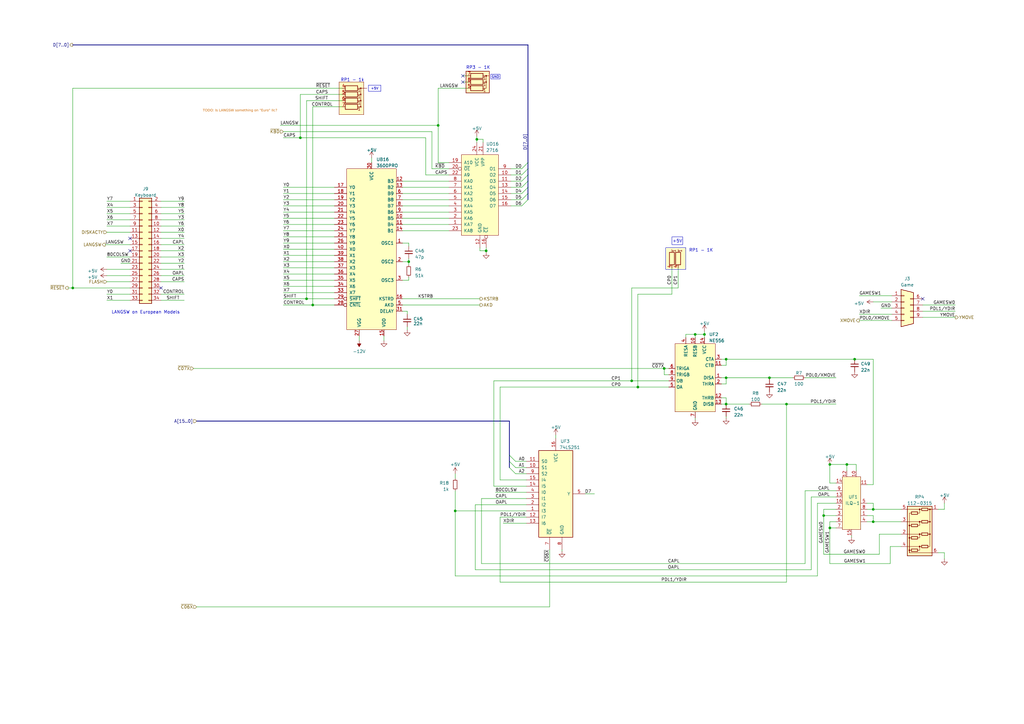
<source format=kicad_sch>
(kicad_sch (version 20231120) (generator "eeschema") (generator_version "8.0")
  (paper "A3")
  (title_block (title "Keyboard and Gameport") (date "2023-05-05") (rev "2") (company "bald.ee/bitpreserve") (comment 1 "Apple IIc ROM255"))
  (lib_symbols
    (symbol "Apple IIc Schematic Symbols:2716" (pin_names (offset 1.016))
      (property "Reference" "U" (at 0 1.27 0))
      (property "Value" "2716" (at 0 -1.27 0))
      (symbol "2716_1_1"
        (pin input line (at -12.7 -12.065 0) (length 5.08) (name "KA7") (number "1"))
        (pin bidirectional line (at 12.7 8.255 180) (length 5.08) (name "O2") (number "10"))
        (pin bidirectional line (at 12.7 5.715 180) (length 5.08) (name "O3") (number "11"))
        (pin power_in line (at 0 -21.59 90) (length 5.08) (name "GND") (number "12"))
        (pin bidirectional line (at 12.7 3.175 180) (length 5.08) (name "O4") (number "13"))
        (pin bidirectional line (at 12.7 0.635 180) (length 5.08) (name "O5") (number "14"))
        (pin bidirectional line (at 12.7 -1.905 180) (length 5.08) (name "O6") (number "15"))
        (pin bidirectional line (at 12.7 -4.445 180) (length 5.08) (name "O7") (number "16"))
        (pin input inverted (at 2.54 -21.59 90) (length 5.08) (name "~{CE}") (number "16"))
        (pin input line (at -12.7 13.335 0) (length 5.08) (name "A10") (number "19"))
        (pin input line (at -12.7 -9.525 0) (length 5.08) (name "KA6") (number "2"))
        (pin input inverted (at -12.7 10.795 0) (length 5.08) (name "~{OE}") (number "20"))
        (pin input line (at 1.27 21.59 270) (length 5.08) (name "VPP") (number "21"))
        (pin input line (at -12.7 8.255 0) (length 5.08) (name "A9") (number "22"))
        (pin input line (at -12.7 -14.605 0) (length 5.08) (name "KA8") (number "23"))
        (pin power_in line (at -1.27 21.59 270) (length 5.08) (name "VCC") (number "24"))
        (pin input line (at -12.7 -6.985 0) (length 5.08) (name "KA5") (number "3"))
        (pin input line (at -12.7 -4.445 0) (length 5.08) (name "KA4") (number "4"))
        (pin input line (at -12.7 -1.905 0) (length 5.08) (name "KA3") (number "5"))
        (pin input line (at -12.7 0.635 0) (length 5.08) (name "KA2") (number "6"))
        (pin input line (at -12.7 3.175 0) (length 5.08) (name "KA1") (number "7"))
        (pin input line (at -12.7 5.715 0) (length 5.08) (name "KA0") (number "8"))
        (pin bidirectional line (at 12.7 10.795 180) (length 5.08) (name "O1") (number "9"))
      )
    )
    (symbol "Apple IIc Schematic Symbols:3600PRO" (pin_names (offset 1.016))
      (property "Reference" "U" (at 0 2.54 0))
      (property "Value" "3600PRO" (at 0 -2.54 0))
      (symbol "3600PRO_1_1"
        (pin passive line (at 12.7 2.54 180) (length 2.54) (name "OSC1") (number "1"))
        (pin output line (at 12.7 12.7 180) (length 2.54) (name "B5") (number "10"))
        (pin output line (at 12.7 10.16 180) (length 2.54) (name "B4") (number "11"))
        (pin output line (at 12.7 27.94 180) (length 2.54) (name "B3") (number "12"))
        (pin output line (at 12.7 25.4 180) (length 2.54) (name "B2") (number "13"))
        (pin output line (at 12.7 7.62 180) (length 2.54) (name "B1") (number "14"))
        (pin power_in line (at 5.08 -35.56 90) (length 2.54) (name "VDD") (number "15"))
        (pin output line (at 12.7 -20.32 180) (length 2.54) (name "KSTRD") (number "16"))
        (pin passive line (at -15.24 25.4 0) (length 5.08) (name "Y0") (number "17"))
        (pin passive line (at -15.24 22.86 0) (length 5.08) (name "Y1") (number "18"))
        (pin passive line (at -15.24 20.32 0) (length 5.08) (name "Y2") (number "19"))
        (pin passive line (at 12.7 -5.08 180) (length 2.54) (name "OSC2") (number "2"))
        (pin passive line (at -15.24 17.78 0) (length 5.08) (name "Y3") (number "20"))
        (pin passive line (at -15.24 15.24 0) (length 5.08) (name "Y4") (number "21"))
        (pin passive line (at -15.24 12.7 0) (length 5.08) (name "Y5") (number "22"))
        (pin passive line (at -15.24 10.16 0) (length 5.08) (name "Y6") (number "23"))
        (pin passive line (at -15.24 7.62 0) (length 5.08) (name "Y7") (number "24"))
        (pin passive line (at -15.24 5.08 0) (length 5.08) (name "Y8") (number "25"))
        (pin passive line (at -15.24 2.54 0) (length 5.08) (name "Y9") (number "26"))
        (pin power_in line (at -5.08 -35.56 90) (length 2.54) (name "VGG") (number "27"))
        (pin input inverted (at -15.24 -22.86 0) (length 5.08) (name "~{CNTL}") (number "28"))
        (pin input inverted (at -15.24 -20.32 0) (length 5.08) (name "~{SHFT}") (number "29"))
        (pin passive line (at 12.7 -12.7 180) (length 2.54) (name "OSC3") (number "3"))
        (pin power_in line (at 0 35.56 270) (length 2.54) (name "VCC") (number "30"))
        (pin input line (at 12.7 -25.4 180) (length 2.54) (name "DELAY") (number "31"))
        (pin passive line (at -15.24 -17.78 0) (length 5.08) (name "X7") (number "33"))
        (pin passive line (at -15.24 -15.24 0) (length 5.08) (name "X6") (number "34"))
        (pin passive line (at -15.24 -12.7 0) (length 5.08) (name "X5") (number "35"))
        (pin passive line (at -15.24 -10.16 0) (length 5.08) (name "X4") (number "36"))
        (pin passive line (at -15.24 -7.62 0) (length 5.08) (name "X3") (number "37"))
        (pin passive line (at -15.24 -5.08 0) (length 5.08) (name "X2") (number "38"))
        (pin passive line (at -15.24 -2.54 0) (length 5.08) (name "X1") (number "39"))
        (pin passive line (at -15.24 0 0) (length 5.08) (name "X0") (number "40"))
        (pin output line (at 12.7 -22.86 180) (length 2.54) (name "AKD") (number "5"))
        (pin output line (at 12.7 22.86 180) (length 2.54) (name "B9") (number "6"))
        (pin output line (at 12.7 20.32 180) (length 2.54) (name "B8") (number "7"))
        (pin output line (at 12.7 17.78 180) (length 2.54) (name "B7") (number "8"))
        (pin output line (at 12.7 15.24 180) (length 2.54) (name "B6") (number "9"))
      )
    )
    (symbol "Apple IIc Schematic Symbols:74LS251-IIc" (pin_names (offset 1.016))
      (property "Reference" "U" (at 1.905 20.955 0))
      (property "Value" "74LS251" (at 5.715 19.05 0))
      (symbol "74LS251-IIc_1_0"
        (pin input line (at -12.065 -6.985 0) (length 5.08) (name "I3") (number "1"))
        (pin input line (at -12.065 10.795 0) (length 5.08) (name "S1") (number "10"))
        (pin input line (at -12.065 13.335 0) (length 5.08) (name "S0") (number "11"))
        (pin input line (at -12.065 -9.525 0) (length 5.08) (name "I7") (number "12"))
        (pin input line (at -12.065 -12.065 0) (length 5.08) (name "I6") (number "13"))
        (pin input line (at -12.065 3.175 0) (length 5.08) (name "I5") (number "14"))
        (pin input line (at -12.065 5.715 0) (length 5.08) (name "I4") (number "15"))
        (pin power_in line (at 0 22.86 270) (length 5.08) (name "VCC") (number "16"))
        (pin input line (at -12.065 -4.445 0) (length 5.08) (name "I2") (number "2"))
        (pin input line (at -12.065 -1.905 0) (length 5.08) (name "I1") (number "3"))
        (pin input line (at -12.065 0.635 0) (length 5.08) (name "I0") (number "4"))
        (pin tri_state line (at 12.065 0 180) (length 5.08) (name "Y") (number "5"))
        (pin no_connect line (at 12.065 12.7 180) (length 5.08) hide (name "~{Y}") (number "6"))
        (pin input line (at -2.54 -22.86 90) (length 5.08) (name "~{OE}") (number "7"))
        (pin power_in line (at 2.54 -22.86 90) (length 5.08) (name "GND") (number "8"))
        (pin input line (at -12.065 8.255 0) (length 5.08) (name "S2") (number "9"))
      )
    )
    (symbol "Apple IIc Schematic Symbols:Conn_Gameport-IIc-10pin" (pin_names (offset 1.016) hide)
      (property "Reference" "J" (at 1.27 8.255 0))
      (property "Value" "Game" (at 1.27 -8.89 0))
      (symbol "Conn_Gameport-IIc-10pin_1_1"
        (pin passive line (at -5.08 5.08 0) (length 3.81) (name "Pin_1") (number "1"))
        (pin passive line (at -5.08 2.54 0) (length 3.81) (name "Pin_2") (number "2"))
        (pin passive line (at -5.08 0 0) (length 3.81) (name "Pin_3") (number "3"))
        (pin passive line (at -5.08 -2.54 0) (length 3.81) (name "Pin_4") (number "4"))
        (pin passive line (at -5.08 -5.08 0) (length 3.81) (name "Pin_5") (number "5"))
        (pin passive line (at 7.62 3.81 180) (length 3.81) (name "Pin_6") (number "6"))
        (pin passive line (at 7.62 1.27 180) (length 3.81) (name "Pin_7") (number "7"))
        (pin passive line (at 7.62 -1.27 180) (length 3.81) (name "Pin_8") (number "8"))
        (pin passive line (at 7.62 -3.81 180) (length 3.81) (name "Pin_9") (number "9"))
      )
    )
    (symbol "Apple IIc Schematic Symbols:ILQ-1"
      (property "Reference" "U" (at 0 3.175 0))
      (property "Value" "ILQ-1" (at 0 1.27 0))
      (symbol "ILQ-1_0_0"
        (pin passive line (at 6.35 -5.08 180) (length 2.54) (name "") (number "1"))
        (pin passive line (at 1.905 13.335 270) (length 2.54) (name "") (number "10"))
        (pin passive line (at 6.35 7.62 180) (length 2.54) (name "") (number "11"))
        (pin passive line (at -1.905 13.335 270) (length 2.54) (name "") (number "12"))
        (pin passive line (at -6.35 2.54 0) (length 2.54) (name "") (number "13"))
        (pin passive line (at -6.35 8.255 0) (length 2.54) (name "") (number "14"))
        (pin passive line (at 0 -13.335 90) (length 2.54) (name "") (number "15"))
        (pin passive line (at -6.35 0 0) (length 2.54) (name "") (number "16"))
        (pin passive line (at -6.35 -2.54 0) (length 2.54) (name "") (number "2"))
        (pin passive line (at -6.35 -5.08 0) (length 2.54) (name "") (number "3"))
        (pin passive line (at 6.35 -7.62 180) (length 2.54) (name "") (number "4"))
        (pin passive line (at 6.35 0 180) (length 2.54) (name "") (number "5"))
        (pin passive line (at -6.35 -7.62 0) (length 2.54) (name "") (number "6"))
        (pin passive line (at -6.35 -10.16 0) (length 2.54) (name "") (number "7"))
        (pin passive line (at 6.35 -2.54 180) (length 2.54) (name "") (number "8"))
        (pin passive line (at -6.35 5.08 0) (length 2.54) (name "") (number "9"))
      )
    )
    (symbol "Apple IIc Schematic Symbols:NE556"
      (property "Reference" "U" (at 6.985 17.78 0))
      (property "Value" "NE556" (at 8.89 15.24 0))
      (symbol "NE556_0_0"
        (pin output line (at 10.795 0 180) (length 2.54) (name "DISA") (number "1"))
        (pin input line (at 0 16.51 270) (length 2.54) (name "RESB") (number "10"))
        (pin input line (at 10.795 5.08 180) (length 2.54) (name "CTB") (number "11"))
        (pin input line (at 10.795 -8.255 180) (length 2.54) (name "THRB") (number "12"))
        (pin output line (at 10.795 -10.795 180) (length 2.54) (name "DISB") (number "13"))
        (pin power_in line (at 3.81 16.51 270) (length 2.54) (name "VCC") (number "14"))
        (pin input line (at 10.795 -2.54 180) (length 2.54) (name "THRA") (number "2"))
        (pin input line (at 10.795 7.62 180) (length 2.54) (name "CTA") (number "3"))
        (pin input line (at -3.81 16.51 270) (length 2.54) (name "RESA") (number "4"))
        (pin output line (at -10.795 -3.81 0) (length 2.54) (name "OA") (number "5"))
        (pin input line (at -10.795 3.81 0) (length 2.54) (name "TRIGA") (number "6"))
        (pin power_in line (at 0 -16.51 90) (length 2.54) (name "GND") (number "7"))
        (pin input line (at -10.795 1.27 0) (length 2.54) (name "TRIGB") (number "8"))
        (pin output line (at -10.795 -1.27 0) (length 2.54) (name "OB") (number "9"))
      )
    )
    (symbol "Apple IIc Schematic Symbols:R_Network (112-0315)" (pin_names (offset 0) hide)
      (property "Reference" "RP" (at 0 11.43 0))
      (property "Value" "112-0315" (at 0 -11.43 0))
      (symbol "R_Network (112-0315)_1_1"
        (pin passive line (at 7.62 8.89 180) (length 2.54) (name "COM1") (number "1"))
        (pin passive line (at -7.62 -1.27 0) (length 2.54) (name "R3") (number "2"))
        (pin passive line (at -7.62 3.81 0) (length 2.54) (name "R2") (number "3"))
        (pin passive line (at -7.62 -6.35 0) (length 2.54) (name "R4") (number "4"))
        (pin passive line (at -7.62 8.89 0) (length 2.54) (name "R1") (number "5"))
        (pin passive line (at 7.62 -8.89 180) (length 2.54) (name "COM2") (number "6"))
      )
    )
    (symbol "Connector_Generic:Conn_02x17_Odd_Even" (pin_names (offset 1.016) hide)
      (property "Reference" "J" (at 1.27 22.86 0))
      (property "Value" "Conn_02x17_Odd_Even" (at 1.27 -22.86 0))
      (symbol "Conn_02x17_Odd_Even_1_1"
        (pin passive line (at -5.08 20.32 0) (length 3.81) (name "Pin_1") (number "1"))
        (pin passive line (at 7.62 10.16 180) (length 3.81) (name "Pin_10") (number "10"))
        (pin passive line (at -5.08 7.62 0) (length 3.81) (name "Pin_11") (number "11"))
        (pin passive line (at 7.62 7.62 180) (length 3.81) (name "Pin_12") (number "12"))
        (pin passive line (at -5.08 5.08 0) (length 3.81) (name "Pin_13") (number "13"))
        (pin passive line (at 7.62 5.08 180) (length 3.81) (name "Pin_14") (number "14"))
        (pin passive line (at -5.08 2.54 0) (length 3.81) (name "Pin_15") (number "15"))
        (pin passive line (at 7.62 2.54 180) (length 3.81) (name "Pin_16") (number "16"))
        (pin passive line (at -5.08 0 0) (length 3.81) (name "Pin_17") (number "17"))
        (pin passive line (at 7.62 0 180) (length 3.81) (name "Pin_18") (number "18"))
        (pin passive line (at -5.08 -2.54 0) (length 3.81) (name "Pin_19") (number "19"))
        (pin passive line (at 7.62 20.32 180) (length 3.81) (name "Pin_2") (number "2"))
        (pin passive line (at 7.62 -2.54 180) (length 3.81) (name "Pin_20") (number "20"))
        (pin passive line (at -5.08 -5.08 0) (length 3.81) (name "Pin_21") (number "21"))
        (pin passive line (at 7.62 -5.08 180) (length 3.81) (name "Pin_22") (number "22"))
        (pin passive line (at -5.08 -7.62 0) (length 3.81) (name "Pin_23") (number "23"))
        (pin passive line (at 7.62 -7.62 180) (length 3.81) (name "Pin_24") (number "24"))
        (pin passive line (at -5.08 -10.16 0) (length 3.81) (name "Pin_25") (number "25"))
        (pin passive line (at 7.62 -10.16 180) (length 3.81) (name "Pin_26") (number "26"))
        (pin passive line (at -5.08 -12.7 0) (length 3.81) (name "Pin_27") (number "27"))
        (pin passive line (at 7.62 -12.7 180) (length 3.81) (name "Pin_28") (number "28"))
        (pin passive line (at -5.08 -15.24 0) (length 3.81) (name "Pin_29") (number "29"))
        (pin passive line (at -5.08 17.78 0) (length 3.81) (name "Pin_3") (number "3"))
        (pin passive line (at 7.62 -15.24 180) (length 3.81) (name "Pin_30") (number "30"))
        (pin passive line (at -5.08 -17.78 0) (length 3.81) (name "Pin_31") (number "31"))
        (pin passive line (at 7.62 -17.78 180) (length 3.81) (name "Pin_32") (number "32"))
        (pin passive line (at -5.08 -20.32 0) (length 3.81) (name "Pin_33") (number "33"))
        (pin passive line (at 7.62 -20.32 180) (length 3.81) (name "Pin_34") (number "34"))
        (pin passive line (at 7.62 17.78 180) (length 3.81) (name "Pin_4") (number "4"))
        (pin passive line (at -5.08 15.24 0) (length 3.81) (name "Pin_5") (number "5"))
        (pin passive line (at 7.62 15.24 180) (length 3.81) (name "Pin_6") (number "6"))
        (pin passive line (at -5.08 12.7 0) (length 3.81) (name "Pin_7") (number "7"))
        (pin passive line (at 7.62 12.7 180) (length 3.81) (name "Pin_8") (number "8"))
        (pin passive line (at -5.08 10.16 0) (length 3.81) (name "Pin_9") (number "9"))
      )
    )
    (symbol "Device:C_Small" (pin_numbers hide) (pin_names (offset 0.254) hide)
      (property "Reference" "C" (at 0.254 1.778 0))
      (property "Value" "C_Small" (at 0.254 -2.032 0))
      (symbol "C_Small_1_1"
        (pin passive line (at 0 2.54 270) (length 2.032) (name "~") (number "1"))
        (pin passive line (at 0 -2.54 90) (length 2.032) (name "~") (number "2"))
      )
    )
    (symbol "Device:R_Network07_Split" (pin_names (offset 0) hide)
      (property "Reference" "RN" (at 2.032 0 90))
      (property "Value" "R_Network07_Split" (at 0 0 90))
      (symbol "R_Network07_Split_1_1"
        (pin passive line (at 0 3.81 270) (length 1.27) (name "R1.1") (number "1"))
        (pin passive line (at 0 -3.81 90) (length 1.27) (name "R1.2") (number "2"))
      )
      (symbol "R_Network07_Split_2_1"
        (text "1" (at 0.889 3.175 900) (effects (font (size 1.27 1.27))))
        (pin passive line (at 0 -3.81 90) (length 1.27) (name "R2.2") (number "3"))
      )
      (symbol "R_Network07_Split_3_1"
        (text "1" (at 0.889 3.175 900) (effects (font (size 1.27 1.27))))
        (pin passive line (at 0 -3.81 90) (length 1.27) (name "R3.2") (number "4"))
      )
      (symbol "R_Network07_Split_4_1"
        (text "1" (at 0.889 3.175 900) (effects (font (size 1.27 1.27))))
        (pin passive line (at 0 -3.81 90) (length 1.27) (name "R4.2") (number "5"))
      )
      (symbol "R_Network07_Split_5_1"
        (text "1" (at 0.889 3.175 900) (effects (font (size 1.27 1.27))))
        (pin passive line (at 0 -3.81 90) (length 1.27) (name "R5.2") (number "6"))
      )
      (symbol "R_Network07_Split_6_1"
        (text "1" (at 0.889 3.175 900) (effects (font (size 1.27 1.27))))
        (pin passive line (at 0 -3.81 90) (length 1.27) (name "R6.2") (number "7"))
      )
      (symbol "R_Network07_Split_7_1"
        (text "1" (at 0.889 3.175 900) (effects (font (size 1.27 1.27))))
        (pin passive line (at 0 -3.81 90) (length 1.27) (name "R7.2") (number "8"))
      )
    )
    (symbol "Device:R_Network09_Split" (pin_names (offset 0) hide)
      (property "Reference" "RN" (at 2.032 0 90))
      (property "Value" "R_Network09_Split" (at 0 0 90))
      (symbol "R_Network09_Split_1_1"
        (pin passive line (at 0 3.81 270) (length 1.27) (name "R1.1") (number "1"))
        (pin passive line (at 0 -3.81 90) (length 1.27) (name "R1.2") (number "2"))
      )
      (symbol "R_Network09_Split_2_1"
        (text "1" (at 0.889 3.175 900) (effects (font (size 1.27 1.27))))
        (pin passive line (at 0 -3.81 90) (length 1.27) (name "R2.2") (number "3"))
      )
      (symbol "R_Network09_Split_3_1"
        (text "1" (at 0.889 3.175 900) (effects (font (size 1.27 1.27))))
        (pin passive line (at 0 -3.81 90) (length 1.27) (name "R3.2") (number "4"))
      )
      (symbol "R_Network09_Split_4_1"
        (text "1" (at 0.889 3.175 900) (effects (font (size 1.27 1.27))))
        (pin passive line (at 0 -3.81 90) (length 1.27) (name "R4.2") (number "5"))
      )
      (symbol "R_Network09_Split_5_1"
        (text "1" (at 0.889 3.175 900) (effects (font (size 1.27 1.27))))
        (pin passive line (at 0 -3.81 90) (length 1.27) (name "R5.2") (number "6"))
      )
      (symbol "R_Network09_Split_6_1"
        (text "1" (at 0.889 3.175 900) (effects (font (size 1.27 1.27))))
        (pin passive line (at 0 -3.81 90) (length 1.27) (name "R6.2") (number "7"))
      )
      (symbol "R_Network09_Split_7_1"
        (text "1" (at 0.889 3.175 900) (effects (font (size 1.27 1.27))))
        (pin passive line (at 0 -3.81 90) (length 1.27) (name "R7.2") (number "8"))
      )
      (symbol "R_Network09_Split_8_1"
        (text "1" (at 0.889 3.175 900) (effects (font (size 1.27 1.27))))
        (pin passive line (at 0 -3.81 90) (length 1.27) (name "R8.2") (number "9"))
      )
      (symbol "R_Network09_Split_9_1"
        (text "1" (at 0.889 3.175 900) (effects (font (size 1.27 1.27))))
        (pin passive line (at 0 -3.81 90) (length 1.27) (name "R9.2") (number "10"))
      )
    )
    (symbol "Device:R_Small" (pin_numbers hide) (pin_names (offset 0.254) hide)
      (property "Reference" "R" (at 0.762 0.508 0))
      (property "Value" "R_Small" (at 0.762 -1.016 0))
      (symbol "R_Small_1_1"
        (pin passive line (at 0 2.54 270) (length 0.762) (name "~") (number "1"))
        (pin passive line (at 0 -2.54 90) (length 0.762) (name "~") (number "2"))
      )
    )
    (symbol "power:+5V" (power) (pin_names (offset 0))
      (property "Value" "+5V" (at 0 3.556 0))
      (symbol "+5V_1_1"
        (pin power_in line (at 0 0 90) (length 0) hide (name "+5V") (number "1"))
      )
    )
    (symbol "power:-12V" (power) (pin_names (offset 0))
      (property "Value" "-12V" (at 0 3.81 0))
      (symbol "-12V_0_0"
        (pin power_in line (at 0 0 90) (length 0) hide (name "-12V") (number "1"))
      )
    )
    (symbol "power:GND" (power) (pin_names (offset 0))
      (property "Value" "GND" (at 0 -3.81 0))
      (symbol "GND_1_1"
        (pin power_in line (at 0 0 270) (length 0) hide (name "GND") (number "1"))
      )
    )
  )
  (junction (at 125.73 122.555))
  (junction (at 288.925 137.16))
  (junction (at 285.115 137.16))
  (junction (at 297.815 165.735))
  (junction (at 322.58 165.735))
  (junction (at 199.39 102.87))
  (junction (at 358.14 208.915))
  (junction (at 195.58 57.15))
  (junction (at 261.62 158.75))
  (junction (at 297.815 154.94))
  (junction (at 167.64 107.315))
  (junction (at 337.82 211.455))
  (junction (at 350.52 147.32))
  (junction (at 315.595 154.94))
  (junction (at 340.36 190.5))
  (junction (at 297.815 147.32))
  (junction (at 179.705 51.435))
  (junction (at 358.14 213.995))
  (junction (at 128.27 125.095))
  (junction (at 340.36 216.535))
  (junction (at 272.415 151.13))
  (junction (at 186.69 209.55))
  (junction (at 259.08 156.21))
  (junction (at 347.345 190.5))
  (junction (at 29.845 118.11))
  (junction (at 123.19 56.515))
  (no_connect (at 53.34 102.87))
  (no_connect (at 53.34 97.79))
  (no_connect (at 189.865 33.655))
  (no_connect (at 66.04 118.11))
  (no_connect (at 378.46 122.555))
  (no_connect (at 189.865 31.115))
  (bus_entry (at 208.915 189.23) (size 2.54 2.54))
  (bus_entry (at 213.995 69.215) (size 2.54 -2.54))
  (bus_entry (at 213.995 84.455) (size 2.54 -2.54))
  (bus_entry (at 213.995 79.375) (size 2.54 -2.54))
  (bus_entry (at 213.995 81.915) (size 2.54 -2.54))
  (bus_entry (at 213.995 76.835) (size 2.54 -2.54))
  (bus_entry (at 213.995 74.295) (size 2.54 -2.54))
  (bus_entry (at 208.915 191.77) (size 2.54 2.54))
  (bus_entry (at 213.995 71.755) (size 2.54 -2.54))
  (bus_entry (at 208.915 186.69) (size 2.54 2.54))
  (wire (pts (xy 358.14 211.455) (xy 358.14 213.995)))
  (wire (pts (xy 205.105 212.09) (xy 205.105 238.76)))
  (wire (pts (xy 66.04 102.87) (xy 75.565 102.87)))
  (wire (pts (xy 285.115 137.16) (xy 285.115 138.43)))
  (wire (pts (xy 43.815 113.03) (xy 53.34 113.03)))
  (wire (pts (xy 261.62 120.65) (xy 261.62 158.75)))
  (wire (pts (xy 297.815 165.735) (xy 307.34 165.735)))
  (wire (pts (xy 186.69 236.22) (xy 335.28 236.22)))
  (wire (pts (xy 322.58 165.735) (xy 342.9 165.735)))
  (wire (pts (xy 297.815 147.32) (xy 350.52 147.32)))
  (wire (pts (xy 43.815 120.65) (xy 53.34 120.65)))
  (wire (pts (xy 225.425 248.92) (xy 225.425 225.425)))
  (wire (pts (xy 202.565 156.21) (xy 202.565 199.39)))
  (wire (pts (xy 43.815 123.19) (xy 53.34 123.19)))
  (wire (pts (xy 43.815 95.25) (xy 53.34 95.25)))
  (wire (pts (xy 152.4 64.77) (xy 152.4 66.675)))
  (bus (pts (xy 216.535 71.755) (xy 216.535 69.215)))
  (wire (pts (xy 43.815 82.55) (xy 53.34 82.55)))
  (wire (pts (xy 116.205 109.855) (xy 137.16 109.855)))
  (wire (pts (xy 340.36 213.995) (xy 340.36 216.535)))
  (wire (pts (xy 387.35 229.235) (xy 387.35 226.695)))
  (bus (pts (xy 208.915 172.72) (xy 80.645 172.72)))
  (wire (pts (xy 195.58 55.88) (xy 195.58 57.15)))
  (wire (pts (xy 209.55 84.455) (xy 213.995 84.455)))
  (wire (pts (xy 352.425 131.445) (xy 365.76 131.445)))
  (wire (pts (xy 358.14 213.995) (xy 369.57 213.995)))
  (wire (pts (xy 66.04 115.57) (xy 75.565 115.57)))
  (wire (pts (xy 125.73 41.275) (xy 125.73 122.555)))
  (wire (pts (xy 167.64 99.695) (xy 167.64 100.965)))
  (wire (pts (xy 80.645 248.92) (xy 225.425 248.92)))
  (wire (pts (xy 360.68 219.075) (xy 360.68 227.33)))
  (wire (pts (xy 116.205 84.455) (xy 137.16 84.455)))
  (wire (pts (xy 285.115 137.16) (xy 288.925 137.16)))
  (wire (pts (xy 43.18 100.33) (xy 53.34 100.33)))
  (wire (pts (xy 125.73 41.275) (xy 140.335 41.275)))
  (bus (pts (xy 216.535 79.375) (xy 216.535 76.835)))
  (wire (pts (xy 297.815 165.735) (xy 297.815 163.195)))
  (bus (pts (xy 216.535 69.215) (xy 216.535 66.675)))
  (wire (pts (xy 211.455 189.23) (xy 215.9 189.23)))
  (wire (pts (xy 79.375 151.13) (xy 272.415 151.13)))
  (wire (pts (xy 340.36 216.535) (xy 340.36 231.14)))
  (bus (pts (xy 216.535 66.675) (xy 216.535 18.415)))
  (wire (pts (xy 116.205 102.235) (xy 137.16 102.235)))
  (wire (pts (xy 259.08 118.11) (xy 259.08 156.21)))
  (wire (pts (xy 114.935 51.435) (xy 179.705 51.435)))
  (wire (pts (xy 355.6 208.915) (xy 358.14 208.915)))
  (wire (pts (xy 199.39 101.6) (xy 199.39 102.87)))
  (wire (pts (xy 215.9 199.39) (xy 202.565 199.39)))
  (wire (pts (xy 167.64 114.935) (xy 167.64 113.665)))
  (wire (pts (xy 365.125 231.14) (xy 365.125 224.155)))
  (wire (pts (xy 29.845 118.11) (xy 53.34 118.11)))
  (wire (pts (xy 295.91 154.94) (xy 297.815 154.94)))
  (wire (pts (xy 315.595 154.94) (xy 325.12 154.94)))
  (wire (pts (xy 66.04 95.25) (xy 75.565 95.25)))
  (wire (pts (xy 361.315 126.365) (xy 365.76 126.365)))
  (wire (pts (xy 66.04 105.41) (xy 75.565 105.41)))
  (wire (pts (xy 202.565 156.21) (xy 259.08 156.21)))
  (wire (pts (xy 66.04 107.95) (xy 75.565 107.95)))
  (wire (pts (xy 203.2 201.93) (xy 215.9 201.93)))
  (wire (pts (xy 295.91 163.195) (xy 297.815 163.195)))
  (wire (pts (xy 116.205 76.835) (xy 137.16 76.835)))
  (wire (pts (xy 337.82 211.455) (xy 342.9 211.455)))
  (wire (pts (xy 66.04 85.09) (xy 75.565 85.09)))
  (bus (pts (xy 29.845 18.415) (xy 216.535 18.415)))
  (wire (pts (xy 358.14 208.915) (xy 369.57 208.915)))
  (wire (pts (xy 165.1 99.695) (xy 167.64 99.695)))
  (wire (pts (xy 278.13 118.11) (xy 259.08 118.11)))
  (wire (pts (xy 125.73 122.555) (xy 137.16 122.555)))
  (wire (pts (xy 215.9 204.47) (xy 197.485 204.47)))
  (wire (pts (xy 116.205 120.015) (xy 137.16 120.015)))
  (wire (pts (xy 165.1 76.835) (xy 184.15 76.835)))
  (wire (pts (xy 116.205 122.555) (xy 125.73 122.555)))
  (wire (pts (xy 165.1 89.535) (xy 184.15 89.535)))
  (wire (pts (xy 261.62 158.75) (xy 274.32 158.75)))
  (wire (pts (xy 66.04 123.19) (xy 75.565 123.19)))
  (wire (pts (xy 195.58 57.15) (xy 195.58 58.42)))
  (wire (pts (xy 205.105 238.76) (xy 322.58 238.76)))
  (wire (pts (xy 116.205 89.535) (xy 137.16 89.535)))
  (wire (pts (xy 66.04 113.03) (xy 75.565 113.03)))
  (wire (pts (xy 186.69 201.295) (xy 186.69 209.55)))
  (wire (pts (xy 337.82 208.915) (xy 337.82 211.455)))
  (wire (pts (xy 209.55 71.755) (xy 213.995 71.755)))
  (wire (pts (xy 165.1 114.935) (xy 167.64 114.935)))
  (wire (pts (xy 43.815 87.63) (xy 53.34 87.63)))
  (wire (pts (xy 43.815 110.49) (xy 53.34 110.49)))
  (wire (pts (xy 215.9 196.85) (xy 205.105 196.85)))
  (wire (pts (xy 194.945 233.68) (xy 332.74 233.68)))
  (wire (pts (xy 365.125 224.155) (xy 369.57 224.155)))
  (wire (pts (xy 209.55 79.375) (xy 213.995 79.375)))
  (wire (pts (xy 157.48 137.795) (xy 157.48 139.7)))
  (wire (pts (xy 358.14 198.755) (xy 355.6 198.755)))
  (wire (pts (xy 116.205 125.095) (xy 128.27 125.095)))
  (wire (pts (xy 205.105 212.09) (xy 215.9 212.09)))
  (wire (pts (xy 211.455 194.31) (xy 215.9 194.31)))
  (wire (pts (xy 281.305 137.16) (xy 285.115 137.16)))
  (wire (pts (xy 123.19 56.515) (xy 174.625 56.515)))
  (wire (pts (xy 358.14 206.375) (xy 358.14 208.915)))
  (wire (pts (xy 342.9 203.835) (xy 332.74 203.835)))
  (wire (pts (xy 351.155 190.5) (xy 351.155 193.04)))
  (wire (pts (xy 352.425 128.905) (xy 365.76 128.905)))
  (wire (pts (xy 322.58 238.76) (xy 322.58 165.735)))
  (wire (pts (xy 215.9 207.01) (xy 194.945 207.01)))
  (wire (pts (xy 274.32 153.67) (xy 272.415 153.67)))
  (wire (pts (xy 295.91 149.86) (xy 297.815 149.86)))
  (wire (pts (xy 165.1 86.995) (xy 184.15 86.995)))
  (wire (pts (xy 184.15 71.755) (xy 174.625 71.755)))
  (wire (pts (xy 297.815 170.815) (xy 297.815 171.45)))
  (wire (pts (xy 332.74 203.835) (xy 332.74 233.68)))
  (wire (pts (xy 272.415 151.13) (xy 274.32 151.13)))
  (wire (pts (xy 272.415 153.67) (xy 272.415 151.13)))
  (wire (pts (xy 66.04 90.17) (xy 75.565 90.17)))
  (wire (pts (xy 342.9 208.915) (xy 337.82 208.915)))
  (wire (pts (xy 211.455 191.77) (xy 215.9 191.77)))
  (wire (pts (xy 116.205 94.615) (xy 137.16 94.615)))
  (wire (pts (xy 330.2 154.94) (xy 342.9 154.94)))
  (wire (pts (xy 186.69 209.55) (xy 186.69 236.22)))
  (wire (pts (xy 165.1 94.615) (xy 184.15 94.615)))
  (wire (pts (xy 165.1 107.315) (xy 167.64 107.315)))
  (wire (pts (xy 49.53 107.95) (xy 53.34 107.95)))
  (wire (pts (xy 165.1 125.095) (xy 196.85 125.095)))
  (wire (pts (xy 165.1 122.555) (xy 196.85 122.555)))
  (wire (pts (xy 194.945 207.01) (xy 194.945 233.68)))
  (wire (pts (xy 295.91 165.735) (xy 297.815 165.735)))
  (wire (pts (xy 189.865 33.655) (xy 191.77 33.655)))
  (wire (pts (xy 43.815 90.17) (xy 53.34 90.17)))
  (wire (pts (xy 165.1 127.635) (xy 167.005 127.635)))
  (wire (pts (xy 116.205 104.775) (xy 137.16 104.775)))
  (wire (pts (xy 197.485 204.47) (xy 197.485 231.14)))
  (wire (pts (xy 43.815 85.09) (xy 53.34 85.09)))
  (wire (pts (xy 387.35 206.375) (xy 387.35 208.915)))
  (wire (pts (xy 297.815 154.94) (xy 315.595 154.94)))
  (wire (pts (xy 297.815 149.86) (xy 297.815 147.32)))
  (wire (pts (xy 288.925 135.89) (xy 288.925 137.16)))
  (wire (pts (xy 337.82 227.33) (xy 360.68 227.33)))
  (wire (pts (xy 337.82 211.455) (xy 337.82 227.33)))
  (wire (pts (xy 66.04 82.55) (xy 75.565 82.55)))
  (wire (pts (xy 186.69 194.31) (xy 186.69 196.215)))
  (wire (pts (xy 355.6 213.995) (xy 358.14 213.995)))
  (wire (pts (xy 177.165 69.215) (xy 177.165 53.975)))
  (wire (pts (xy 167.64 107.315) (xy 167.64 108.585)))
  (wire (pts (xy 116.205 107.315) (xy 137.16 107.315)))
  (wire (pts (xy 116.205 117.475) (xy 137.16 117.475)))
  (wire (pts (xy 123.19 38.735) (xy 123.19 56.515)))
  (wire (pts (xy 297.815 157.48) (xy 297.815 154.94)))
  (wire (pts (xy 66.04 110.49) (xy 75.565 110.49)))
  (bus (pts (xy 208.915 186.69) (xy 208.915 189.23)))
  (wire (pts (xy 340.36 231.14) (xy 365.125 231.14)))
  (wire (pts (xy 209.55 69.215) (xy 213.995 69.215)))
  (wire (pts (xy 358.14 147.32) (xy 358.14 198.755)))
  (wire (pts (xy 360.68 219.075) (xy 369.57 219.075)))
  (wire (pts (xy 189.865 31.115) (xy 191.77 31.115)))
  (wire (pts (xy 352.425 121.285) (xy 365.76 121.285)))
  (wire (pts (xy 66.04 92.71) (xy 75.565 92.71)))
  (wire (pts (xy 340.36 198.12) (xy 340.36 190.5)))
  (wire (pts (xy 29.845 118.11) (xy 29.845 36.195)))
  (wire (pts (xy 315.595 154.94) (xy 315.595 155.575)))
  (wire (pts (xy 179.705 66.675) (xy 184.15 66.675)))
  (wire (pts (xy 116.205 114.935) (xy 137.16 114.935)))
  (wire (pts (xy 347.345 190.5) (xy 351.155 190.5)))
  (wire (pts (xy 355.6 206.375) (xy 358.14 206.375)))
  (wire (pts (xy 179.705 36.195) (xy 191.77 36.195)))
  (wire (pts (xy 116.205 112.395) (xy 137.16 112.395)))
  (wire (pts (xy 179.705 51.435) (xy 179.705 36.195)))
  (wire (pts (xy 243.84 202.565) (xy 240.03 202.565)))
  (wire (pts (xy 350.52 147.32) (xy 358.14 147.32)))
  (wire (pts (xy 27.94 118.11) (xy 29.845 118.11)))
  (wire (pts (xy 347.345 190.5) (xy 347.345 193.04)))
  (bus (pts (xy 216.535 81.915) (xy 216.535 79.375)))
  (wire (pts (xy 206.375 214.63) (xy 215.9 214.63)))
  (wire (pts (xy 116.205 99.695) (xy 137.16 99.695)))
  (wire (pts (xy 179.705 51.435) (xy 179.705 66.675)))
  (wire (pts (xy 165.1 74.295) (xy 184.15 74.295)))
  (wire (pts (xy 227.965 178.435) (xy 227.965 179.705)))
  (bus (pts (xy 208.915 186.69) (xy 208.915 172.72)))
  (wire (pts (xy 384.81 208.915) (xy 387.35 208.915)))
  (wire (pts (xy 295.91 157.48) (xy 297.815 157.48)))
  (wire (pts (xy 281.305 138.43) (xy 281.305 137.16)))
  (wire (pts (xy 184.15 69.215) (xy 177.165 69.215)))
  (wire (pts (xy 116.205 97.155) (xy 137.16 97.155)))
  (wire (pts (xy 342.9 198.12) (xy 340.36 198.12)))
  (wire (pts (xy 295.91 147.32) (xy 297.815 147.32)))
  (wire (pts (xy 165.1 81.915) (xy 184.15 81.915)))
  (wire (pts (xy 29.845 36.195) (xy 140.335 36.195)))
  (wire (pts (xy 116.205 56.515) (xy 123.19 56.515)))
  (wire (pts (xy 116.205 86.995) (xy 137.16 86.995)))
  (wire (pts (xy 355.6 211.455) (xy 358.14 211.455)))
  (wire (pts (xy 165.1 79.375) (xy 184.15 79.375)))
  (wire (pts (xy 378.46 127.635) (xy 391.795 127.635)))
  (wire (pts (xy 275.59 120.65) (xy 261.62 120.65)))
  (wire (pts (xy 167.005 133.985) (xy 167.005 135.255)))
  (wire (pts (xy 66.04 97.79) (xy 75.565 97.79)))
  (wire (pts (xy 128.27 125.095) (xy 137.16 125.095)))
  (wire (pts (xy 199.39 102.87) (xy 199.39 103.505)))
  (wire (pts (xy 116.205 81.915) (xy 137.16 81.915)))
  (wire (pts (xy 195.58 57.15) (xy 198.12 57.15)))
  (wire (pts (xy 378.46 125.095) (xy 391.795 125.095)))
  (wire (pts (xy 116.205 53.975) (xy 177.165 53.975)))
  (wire (pts (xy 196.85 102.87) (xy 199.39 102.87)))
  (wire (pts (xy 66.04 120.65) (xy 75.565 120.65)))
  (wire (pts (xy 378.46 130.175) (xy 391.795 130.175)))
  (wire (pts (xy 165.1 92.075) (xy 184.15 92.075)))
  (wire (pts (xy 215.9 209.55) (xy 186.69 209.55)))
  (wire (pts (xy 285.115 171.45) (xy 285.115 172.085)))
  (wire (pts (xy 116.205 79.375) (xy 137.16 79.375)))
  (wire (pts (xy 358.14 123.825) (xy 365.76 123.825)))
  (wire (pts (xy 230.505 225.425) (xy 230.505 226.06)))
  (wire (pts (xy 43.815 115.57) (xy 53.34 115.57)))
  (wire (pts (xy 165.1 84.455) (xy 184.15 84.455)))
  (wire (pts (xy 116.205 92.075) (xy 137.16 92.075)))
  (wire (pts (xy 147.32 137.795) (xy 147.32 139.7)))
  (wire (pts (xy 209.55 74.295) (xy 213.995 74.295)))
  (bus (pts (xy 216.535 74.295) (xy 216.535 71.755)))
  (wire (pts (xy 288.925 137.16) (xy 288.925 138.43)))
  (wire (pts (xy 123.19 38.735) (xy 140.335 38.735)))
  (wire (pts (xy 174.625 71.755) (xy 174.625 56.515)))
  (wire (pts (xy 167.005 127.635) (xy 167.005 128.905)))
  (wire (pts (xy 278.13 109.855) (xy 278.13 118.11)))
  (wire (pts (xy 198.12 58.42) (xy 198.12 57.15)))
  (wire (pts (xy 205.105 196.85) (xy 205.105 158.75)))
  (wire (pts (xy 335.28 206.375) (xy 335.28 236.22)))
  (wire (pts (xy 167.64 107.315) (xy 167.64 106.045)))
  (wire (pts (xy 43.815 105.41) (xy 53.34 105.41)))
  (wire (pts (xy 66.04 87.63) (xy 75.565 87.63)))
  (wire (pts (xy 275.59 109.855) (xy 275.59 120.65)))
  (wire (pts (xy 197.485 231.14) (xy 330.2 231.14)))
  (wire (pts (xy 43.815 92.71) (xy 53.34 92.71)))
  (wire (pts (xy 128.27 43.815) (xy 140.335 43.815)))
  (wire (pts (xy 342.9 213.995) (xy 340.36 213.995)))
  (wire (pts (xy 209.55 76.835) (xy 213.995 76.835)))
  (wire (pts (xy 259.08 156.21) (xy 274.32 156.21)))
  (wire (pts (xy 349.25 219.71) (xy 349.25 220.345)))
  (wire (pts (xy 66.04 100.33) (xy 75.565 100.33)))
  (wire (pts (xy 128.27 43.815) (xy 128.27 125.095)))
  (bus (pts (xy 216.535 76.835) (xy 216.535 74.295)))
  (wire (pts (xy 312.42 165.735) (xy 322.58 165.735)))
  (wire (pts (xy 330.2 201.295) (xy 330.2 231.14)))
  (wire (pts (xy 342.9 206.375) (xy 335.28 206.375)))
  (wire (pts (xy 209.55 81.915) (xy 213.995 81.915)))
  (wire (pts (xy 340.36 190.5) (xy 347.345 190.5)))
  (wire (pts (xy 205.105 158.75) (xy 261.62 158.75)))
  (wire (pts (xy 384.81 226.695) (xy 387.35 226.695)))
  (wire (pts (xy 196.85 101.6) (xy 196.85 102.87)))
  (wire (pts (xy 340.36 216.535) (xy 342.9 216.535)))
  (bus (pts (xy 208.915 189.23) (xy 208.915 191.77)))
  (wire (pts (xy 342.9 201.295) (xy 330.2 201.295)))
  (circle (center 147.955 41.275) (radius 0.254) (stroke (width 0) (color 132 0 0 1)) (fill (type color) (color 132 0 0 1)))
  (circle (center 199.39 33.655) (radius 0.254) (stroke (width 0) (color 132 0 0 1)) (fill (type color) (color 132 0 0 1)))
  (rectangle (start 273.05 101.6) (end 281.305 110.49) (fill (type color) (color 255 255 194 1)))
  (rectangle (start 199.39 31.115) (end 199.39 36.195) (stroke (width 0) (color 132 0 0 1)) (fill (type color) (color 132 0 0 1)))
  (rectangle (start 191.135 29.21) (end 200.66 38.1) (stroke (width 0.254) (color 132 0 0 1)) (fill (type color) (color 255 255 194 1)))
  (rectangle (start 147.955 36.195) (end 150.495 36.195) (stroke (width 0) (color 132 0 0 1)) (fill (type color) (color 132 0 0 1)))
  (rectangle (start 147.955 36.195) (end 147.955 43.815) (stroke (width 0) (color 132 0 0 1)) (fill (type color) (color 132 0 0 1)))
  (circle (center 199.39 31.115) (radius 0.254) (stroke (width 0) (color 132 0 0 1)) (fill (type color) (color 132 0 0 1)))
  (rectangle (start 139.065 33.655) (end 149.225 46.99) (stroke (width 0) (color 132 0 0 1)) (fill (type color) (color 255 255 194 1)))
  (rectangle (start 199.39 31.115) (end 200.66 31.115) (stroke (width 0) (color 132 0 0 1)) (fill (type color) (color 132 0 0 1)))
  (circle (center 147.955 38.735) (radius 0.254) (stroke (width 0) (color 132 0 0 1)) (fill (type color) (color 132 0 0 1)))
  (circle (center 147.955 36.195) (radius 0.254) (stroke (width 0) (color 132 0 0 1)) (fill (type color) (color 132 0 0 1)))
  (circle (center 147.955 43.815) (radius 0.254) (stroke (width 0) (color 132 0 0 1)) (fill (type color) (color 132 0 0 1)))
  (text_box "+5V" (at 275.59 97.155 0) (size 4.445 3.175) (effects (font (size 1.27 1.27))))
  (text_box "GND" (at 201.295 30.48 0) (size 3.81 1.905) (effects (font (size 1 1))))
  (text_box "+5V" (at 151.13 34.925 0) (size 5.08 2.54) (effects (font (size 1 1))))
  (text "LANGSW on European Models" (at 45.72 128.905 0) (effects (font (size 1.27 1.27)) (justify left bottom)))
  (text "RP1 - 1k" (at 139.7 33.655 0) (effects (font (size 1.27 1.27)) (justify left bottom)))
  (text "RP3 - 1K" (at 191.135 28.575 0) (effects (font (size 1.27 1.27)) (justify left bottom)))
  (text "RP1 - 1K" (at 282.575 103.505 0) (effects (font (size 1.27 1.27)) (justify left bottom)))
  (text "TODO: Is LANGSW something on \"Euro\" IIc?" (at 83.185 46.355 0) (effects (font (size 1 1)) (justify left bottom)))
  (label "CP0" (at 254.635 158.75 180))
  (label "X1" (at 116.205 104.775 0))
  (label "D4" (at 213.995 79.375 180))
  (label "X6" (at 43.815 90.17 0))
  (label "~{KBD}" (at 178.435 69.215 0))
  (label "LANGSW" (at 43.18 100.33 0))
  (label "OAPL" (at 340.36 203.835 180))
  (label "X7" (at 116.205 120.015 0))
  (label "XDIR" (at 206.375 214.63 0))
  (label "PDL1{slash}YDIR" (at 271.145 238.76 0))
  (label "Y8" (at 116.205 97.155 0))
  (label "Y4" (at 116.205 86.995 0))
  (label "SHIFT" (at 73.66 123.19 180))
  (label "X0" (at 75.565 95.25 180))
  (label "CAPS" (at 129.54 38.735 0))
  (label "XDIR" (at 352.425 128.905 0))
  (label "D7" (at 242.57 202.565 180))
  (label "A1" (at 212.725 191.77 0))
  (label "D1" (at 213.995 71.755 180))
  (label "D[7..0]" (at 216.535 61.595 90))
  (label "CAPS" (at 178.435 71.755 0))
  (label "PDL0{slash}XMOVE" (at 352.425 131.445 0))
  (label "SHIFT" (at 134.62 41.275 180))
  (label "X5" (at 116.205 114.935 0))
  (label "D5" (at 213.995 81.915 180))
  (label "OAPL" (at 278.765 233.68 180))
  (label "SHIFT" (at 116.205 122.555 0))
  (label "Y3" (at 116.205 84.455 0))
  (label "X2" (at 116.205 107.315 0))
  (label "X7" (at 43.815 92.71 0))
  (label "X3" (at 75.565 105.41 180))
  (label "X2" (at 75.565 102.87 180))
  (label "Y9" (at 75.565 82.55 180))
  (label "Y5" (at 116.205 89.535 0))
  (label "~{C06X}" (at 225.425 230.505 90))
  (label "OAPL" (at 203.2 207.01 0))
  (label "CAPL" (at 340.36 201.295 180))
  (label "Y2" (at 75.565 107.95 180))
  (label "GND" (at 361.315 126.365 0))
  (label "CP0" (at 275.59 116.84 90))
  (label "~{C07X}" (at 272.415 151.13 180))
  (label "Y7" (at 43.815 82.55 0))
  (label "80COLSW" (at 43.815 105.41 0))
  (label "GAMESW0" (at 337.82 222.885 90))
  (label "D2" (at 213.995 74.295 180))
  (label "X1" (at 43.815 123.19 0))
  (label "CONTROL" (at 136.525 43.815 180))
  (label "~{RESET}" (at 129.54 36.195 0))
  (label "PDL1{slash}YDIR" (at 342.9 165.735 180))
  (label "A2" (at 212.725 194.31 0))
  (label "CP1" (at 254.635 156.21 180))
  (label "D0" (at 213.995 69.215 180))
  (label "PDL1{slash}YDIR" (at 391.795 127.635 180))
  (label "Y6" (at 75.565 92.71 180))
  (label "Y0" (at 43.815 120.65 0))
  (label "GAMESW1" (at 352.425 121.285 0))
  (label "KSTRB" (at 171.45 122.555 0))
  (label "GAMESW0" (at 391.795 125.095 180))
  (label "PDL0{slash}XMOVE" (at 342.9 154.94 180))
  (label "CAPL" (at 75.565 100.33 180))
  (label "GAMESW1" (at 340.36 217.805 270))
  (label "X5" (at 43.815 87.63 0))
  (label "D3" (at 213.995 76.835 180))
  (label "X0" (at 116.205 102.235 0))
  (label "OAPL" (at 75.565 113.03 180))
  (label "Y7" (at 116.205 94.615 0))
  (label "80COLSW" (at 203.2 201.93 0))
  (label "CAPS" (at 116.205 56.515 0))
  (label "CAPL" (at 203.2 204.47 0))
  (label "Y1" (at 116.205 79.375 0))
  (label "X3" (at 116.205 109.855 0))
  (label "Y8" (at 75.565 85.09 180))
  (label "LANGSW" (at 114.935 51.435 0))
  (label "CAPL" (at 278.765 231.14 180))
  (label "Y3" (at 75.565 90.17 180))
  (label "CAPS" (at 75.565 115.57 180))
  (label "X4" (at 43.815 85.09 0))
  (label "A0" (at 212.725 189.23 0))
  (label "Y9" (at 116.205 99.695 0))
  (label "X4" (at 116.205 112.395 0))
  (label "Y5" (at 75.565 87.63 180))
  (label "CONTROL" (at 116.205 125.095 0))
  (label "GAMESW0" (at 354.965 227.33 180))
  (label "LANGSW" (at 187.96 36.195 180))
  (label "Y4" (at 75.565 97.79 180))
  (label "Y0" (at 116.205 76.835 0))
  (label "Y6" (at 116.205 92.075 0))
  (label "CONTROL" (at 75.565 120.65 180))
  (label "YMOVE" (at 391.795 130.175 180))
  (label "GND" (at 49.53 107.95 0))
  (label "CP1" (at 278.13 116.84 90))
  (label "Y2" (at 116.205 81.915 0))
  (label "GAMESW1" (at 346.075 231.14 0))
  (label "Y1" (at 75.565 110.49 180))
  (label "D6" (at 213.995 84.455 180))
  (label "X6" (at 116.205 117.475 0))
  (label "PDL1{slash}YDIR" (at 205.105 212.09 0))
  (hierarchical_label "~{C06X}" (shape input) (at 80.645 248.92 180))
  (hierarchical_label "~{RESET}" (shape output) (at 27.94 118.11 180))
  (hierarchical_label "DISKACTY" (shape input) (at 43.815 95.25 180))
  (hierarchical_label "AKD" (shape output) (at 196.85 125.095 0))
  (hierarchical_label "XMOVE" (shape output) (at 352.425 131.445 180))
  (hierarchical_label "D[7..0]" (shape output) (at 29.845 18.415 180))
  (hierarchical_label "LANGSW" (shape output) (at 43.18 100.33 180))
  (hierarchical_label "~{KBD}" (shape input) (at 116.205 53.975 180))
  (hierarchical_label "YMOVE" (shape output) (at 391.795 130.175 0))
  (hierarchical_label "FLASH" (shape input) (at 43.815 115.57 180))
  (hierarchical_label "~{C07X}" (shape input) (at 79.375 151.13 180))
  (hierarchical_label "A[15..0]" (shape input) (at 80.645 172.72 180))
  (hierarchical_label "KSTRB" (shape output) (at 196.85 122.555 0))
  (symbol (lib_id "Device:R_Network07_Split") (at 195.58 33.655 270) (unit 7)
    (property "Reference" "RP10" (effects (hide yes)))
    (property "Value" "1k" (effects (hide yes)))
    (property "Footprint" "Resistor_THT:R_Array_SIP8" (effects (hide yes)))
    (property "Datasheet" "http://www.vishay.com/docs/31509/csc.pdf" (effects (hide yes)))
    (instances (project "Apple IIc" (path "" (reference "RP10") (unit 7)) (path "" (reference "RP3") (unit 7))))
  )
  (symbol (lib_id "Apple IIc Schematic Symbols:ILQ-1") (at 349.25 206.375 0) (unit 1)
    (property "Reference" "UF1" (at 347.98 203.835 0) (effects (justify left)))
    (property "Value" "ILQ-1" (at 346.71 206.375 0) (effects (justify left)))
    (instances (project "Apple IIc" (path "" (reference "UF1") (unit 1)) (path "" (reference "UF2") (unit 1))))
  )
  (symbol (lib_id "power:+5V") (at 227.965 178.435 0) (unit 1)
    (property "Reference" "#PWR094" (effects (hide yes)))
    (property "Value" "+5V" (at 227.965 175.26 0))
    (instances (project "Apple IIc" (path "" (reference "#PWR094") (unit 1)) (path "" (reference "#PWR093") (unit 1))))
  )
  (symbol (lib_id "power:GND") (at 387.35 229.235 0) (unit 1)
    (property "Reference" "#PWR0102" (effects (hide yes)))
    (property "Value" "GND" (effects (hide yes)))
    (instances (project "Apple IIc" (path "" (reference "#PWR0102") (unit 1)) (path "" (reference "#PWR0103") (unit 1))))
  )
  (symbol (lib_id "Device:R_Network09_Split") (at 144.145 43.815 270) (unit 6)
    (property "Reference" "RP1" (effects (hide yes)))
    (property "Value" "1k" (effects (hide yes)))
    (property "Footprint" "Resistor_THT:R_Array_SIP10" (effects (hide yes)))
    (property "Datasheet" "http://www.vishay.com/docs/31509/csc.pdf" (effects (hide yes)))
  )
  (symbol (lib_id "Device:R_Small") (at 186.69 198.755 0) (unit 1)
    (property "Reference" "R18" (at 184.15 198.12 0) (effects (justify right)))
    (property "Value" "1k" (at 184.15 200.66 0) (effects (justify right)))
    (instances (project "Apple IIc" (path "" (reference "R18") (unit 1)) (path "" (reference "R17") (unit 1))))
  )
  (symbol (lib_id "power:+5V") (at 387.35 206.375 0) (unit 1)
    (property "Reference" "#PWR0103" (effects (hide yes)))
    (property "Value" "+5V" (at 387.35 203.2 0))
    (instances (project "Apple IIc" (path "" (reference "#PWR0103") (unit 1)) (path "" (reference "#PWR0102") (unit 1))))
  )
  (symbol (lib_id "Device:C_Small") (at 167.005 131.445 0) (unit 1)
    (property "Reference" "C45" (at 169.545 130.81 0) (effects (justify left)))
    (property "Value" "22n" (at 169.545 132.715 0) (effects (justify left)))
    (instances (project "Apple IIc" (path "" (reference "C45") (unit 1)) (path "" (reference "C43") (unit 1))))
  )
  (symbol (lib_id "Device:R_Network07_Split") (at 195.58 31.115 270) (unit 6)
    (property "Reference" "RP9" (effects (hide yes)))
    (property "Value" "1k" (effects (hide yes)))
    (property "Footprint" "Resistor_THT:R_Array_SIP8" (effects (hide yes)))
    (property "Datasheet" "http://www.vishay.com/docs/31509/csc.pdf" (effects (hide yes)))
    (instances (project "Apple IIc" (path "" (reference "RP9") (unit 6)) (path "" (reference "RP3") (unit 6))))
  )
  (symbol (lib_id "Device:C_Small") (at 350.52 149.86 0) (unit 1)
    (property "Reference" "C49" (at 353.06 149.2313 0) (effects (justify left)))
    (property "Value" "22n" (at 353.06 151.7713 0) (effects (justify left)))
    (instances (project "Apple IIc" (path "" (reference "C49") (unit 1)) (path "" (reference "C47") (unit 1))))
  )
  (symbol (lib_id "power:GND") (at 349.25 220.345 0) (unit 1)
    (property "Reference" "#PWR0101" (effects (hide yes)))
    (property "Value" "GND" (effects (hide yes)))
  )
  (symbol (lib_id "Device:R_Small") (at 327.66 154.94 90) (unit 1)
    (property "Reference" "R7" (at 327.66 153.035 90))
    (property "Value" "100" (at 327.66 157.48 90))
    (instances (project "Apple IIc" (path "" (reference "R7") (unit 1)) (path "" (reference "R8") (unit 1))))
  )
  (symbol (lib_id "Device:R_Network09_Split") (at 144.145 41.275 270) (unit 5)
    (property "Reference" "RP1" (effects (hide yes)))
    (property "Value" "1k" (effects (hide yes)))
    (property "Footprint" "Resistor_THT:R_Array_SIP10" (effects (hide yes)))
    (property "Datasheet" "http://www.vishay.com/docs/31509/csc.pdf" (effects (hide yes)))
  )
  (symbol (lib_id "Device:C_Small") (at 297.815 168.275 0) (unit 1)
    (property "Reference" "C46" (at 300.99 167.6463 0) (effects (justify left)))
    (property "Value" "22n" (at 300.99 170.1863 0) (effects (justify left)))
    (instances (project "Apple IIc" (path "" (reference "C46") (unit 1)) (path "" (reference "C45") (unit 1))))
  )
  (symbol (lib_id "Apple IIc Schematic Symbols:Conn_Gameport-IIc-10pin") (at 370.84 126.365 0) (unit 1)
    (property "Reference" "J3" (at 372.11 114.3 0))
    (property "Value" "Game" (at 372.11 116.84 0))
  )
  (symbol (lib_id "Device:R_Network09_Split") (at 144.145 36.195 270) (unit 3)
    (property "Reference" "RP1" (effects (hide yes)))
    (property "Value" "1k" (effects (hide yes)))
    (property "Footprint" "Resistor_THT:R_Array_SIP10" (effects (hide yes)))
    (property "Datasheet" "http://www.vishay.com/docs/31509/csc.pdf" (effects (hide yes)))
  )
  (symbol (lib_id "power:-12V") (at 147.32 139.7 180) (unit 1)
    (property "Reference" "#PWR082" (effects (hide yes)))
    (property "Value" "-12V" (at 147.32 144.145 0))
    (instances (project "Apple IIc" (path "" (reference "#PWR082") (unit 1)) (path "" (reference "#PWR081") (unit 1))))
  )
  (symbol (lib_id "power:GND") (at 199.39 103.505 0) (unit 1)
    (property "Reference" "#PWR088" (effects (hide yes)))
    (property "Value" "GND" (effects (hide yes)))
  )
  (symbol (lib_id "power:+5V") (at 43.815 110.49 90) (unit 1)
    (property "Reference" "#PWR0153" (effects (hide yes)))
    (property "Value" "+5V" (at 40.005 111.125 90) (effects (justify left)))
  )
  (symbol (lib_id "power:GND") (at 230.505 226.06 0) (unit 1)
    (property "Reference" "#PWR093" (effects (hide yes)))
    (property "Value" "GND" (effects (hide yes)))
    (instances (project "Apple IIc" (path "" (reference "#PWR093") (unit 1)) (path "" (reference "#PWR094") (unit 1))))
  )
  (symbol (lib_id "Apple IIc Schematic Symbols:3600PRO") (at 152.4 102.235 0) (unit 1)
    (property "Reference" "UB16" (at 154.3559 65.405 0) (effects (justify left)))
    (property "Value" "3600PRO" (at 154.3559 67.945 0) (effects (justify left)))
    (instances (project "Apple IIc" (path "" (reference "UB16") (unit 1)) (path "" (reference "UB1") (unit 1))))
  )
  (symbol (lib_id "power:GND") (at 350.52 152.4 0) (unit 1)
    (property "Reference" "#PWR0104" (effects (hide yes)))
    (property "Value" "GND" (effects (hide yes)))
    (instances (project "Apple IIc" (path "" (reference "#PWR0104") (unit 1)) (path "" (reference "#PWR099") (unit 1))))
  )
  (symbol (lib_id "Device:R_Network09_Split") (at 144.145 38.735 270) (unit 4)
    (property "Reference" "RP1" (effects (hide yes)))
    (property "Value" "1k" (effects (hide yes)))
    (property "Footprint" "Resistor_THT:R_Array_SIP10" (effects (hide yes)))
    (property "Datasheet" "http://www.vishay.com/docs/31509/csc.pdf" (effects (hide yes)))
  )
  (symbol (lib_id "power:+5V") (at 340.36 190.5 0) (unit 1)
    (property "Reference" "#PWR0100" (effects (hide yes)))
    (property "Value" "+5V" (at 340.36 187.325 0))
  )
  (symbol (lib_id "power:GND") (at 157.48 139.7 0) (unit 1)
    (property "Reference" "#PWR085" (effects (hide yes)))
    (property "Value" "GND" (effects (hide yes)))
  )
  (symbol (lib_id "power:+5V") (at 358.14 123.825 90) (unit 1)
    (property "Reference" "#PWR0104" (effects (hide yes)))
    (property "Value" "+5V" (at 354.33 124.46 90) (effects (justify left)))
  )
  (symbol (lib_id "power:GND") (at 297.815 171.45 0) (unit 1)
    (property "Reference" "#PWR098" (effects (hide yes)))
    (property "Value" "GND" (effects (hide yes)))
    (instances (project "Apple IIc" (path "" (reference "#PWR098") (unit 1)) (path "" (reference "#PWR097") (unit 1))))
  )
  (symbol (lib_id "Apple IIc Schematic Symbols:NE556") (at 285.115 154.94 0) (unit 1)
    (property "Reference" "UF2" (at 290.83 137.16 0) (effects (justify left)))
    (property "Value" "NE556" (at 290.83 139.7 0) (effects (justify left)))
    (instances (project "Apple IIc" (path "" (reference "UF2") (unit 1)) (path "" (reference "UF1") (unit 1))))
  )
  (symbol (lib_id "Device:C_Small") (at 315.595 158.115 0) (unit 1)
    (property "Reference" "C47" (at 318.77 157.4863 0) (effects (justify left)))
    (property "Value" "22n" (at 318.77 160.0263 0) (effects (justify left)))
    (instances (project "Apple IIc" (path "" (reference "C47") (unit 1)) (path "" (reference "C46") (unit 1))))
  )
  (symbol (lib_id "Device:C_Small") (at 167.64 103.505 0) (unit 1)
    (property "Reference" "C46" (at 170.18 102.8763 0) (effects (justify left)))
    (property "Value" "47p" (at 170.18 105.4163 0) (effects (justify left)))
    (instances (project "Apple IIc" (path "" (reference "C46") (unit 1)) (path "" (reference "C44") (unit 1))))
  )
  (symbol (lib_id "power:GND") (at 167.005 135.255 0) (unit 1)
    (property "Reference" "#PWR086" (effects (hide yes)))
    (property "Value" "GND" (effects (hide yes)))
  )
  (symbol (lib_id "Device:R_Small") (at 167.64 111.125 0) (unit 1)
    (property "Reference" "R6" (at 170.18 110.49 0) (effects (justify left)))
    (property "Value" "51k" (at 170.18 113.03 0) (effects (justify left)))
  )
  (symbol (lib_id "power:+5V") (at 195.58 55.88 0) (unit 1)
    (property "Reference" "#PWR087" (effects (hide yes)))
    (property "Value" "+5V" (at 195.58 52.705 0))
  )
  (symbol (lib_id "Connector_Generic:Conn_02x17_Odd_Even") (at 58.42 102.87 0) (unit 1)
    (property "Reference" "J9" (at 59.69 77.47 0))
    (property "Value" "Keyboard" (at 59.69 80.01 0))
  )
  (symbol (lib_id "Apple IIc Schematic Symbols:2716") (at 196.85 80.01 0) (unit 1)
    (property "Reference" "UD16" (at 199.39 59.055 0) (effects (justify left)))
    (property "Value" "2716" (at 199.39 61.595 0) (effects (justify left)))
    (instances (project "Apple IIc" (path "" (reference "UD16") (unit 1)) (path "" (reference "UD1") (unit 1))))
  )
  (symbol (lib_id "power:GND") (at 285.115 172.085 0) (unit 1)
    (property "Reference" "#PWR096" (effects (hide yes)))
    (property "Value" "GND" (effects (hide yes)))
    (instances (project "Apple IIc" (path "" (reference "#PWR096") (unit 1)) (path "" (reference "#PWR095") (unit 1))))
  )
  (symbol (lib_id "power:+5V") (at 288.925 135.89 0) (unit 1)
    (property "Reference" "#PWR097" (effects (hide yes)))
    (property "Value" "+5V" (at 288.925 132.715 0))
    (instances (project "Apple IIc" (path "" (reference "#PWR097") (unit 1)) (path "" (reference "#PWR096") (unit 1))))
  )
  (symbol (lib_id "power:GND") (at 315.595 160.655 0) (unit 1)
    (property "Reference" "#PWR099" (effects (hide yes)))
    (property "Value" "GND" (effects (hide yes)))
    (instances (project "Apple IIc" (path "" (reference "#PWR099") (unit 1)) (path "" (reference "#PWR098") (unit 1))))
  )
  (symbol (lib_id "power:+5V") (at 186.69 194.31 0) (unit 1)
    (property "Reference" "#PWR095" (effects (hide yes)))
    (property "Value" "+5V" (at 186.69 190.5 0))
    (instances (project "Apple IIc" (path "" (reference "#PWR095") (unit 1)) (path "" (reference "#PWR090") (unit 1))))
  )
  (symbol (lib_id "Device:R_Small") (at 309.88 165.735 90) (unit 1)
    (property "Reference" "R8" (at 309.88 161.29 90))
    (property "Value" "100" (at 309.88 163.83 90))
    (instances (project "Apple IIc" (path "" (reference "R8") (unit 1)) (path "" (reference "R7") (unit 1))))
  )
  (symbol (lib_id "Device:R_Network09_Split") (at 275.59 106.045 0) (unit 3)
    (property "Reference" "RP1" (effects (hide yes)))
    (property "Value" "1k" (effects (hide yes)))
    (property "Footprint" "Resistor_THT:R_Array_SIP10" (effects (hide yes)))
    (property "Datasheet" "http://www.vishay.com/docs/31509/csc.pdf" (effects (hide yes)))
    (instances (project "Apple IIc" (path "" (reference "RP1") (unit 3)) (path "" (reference "RP7") (unit 8)) (path "" (reference "RP1") (unit 8))))
  )
  (symbol (lib_id "Apple IIc Schematic Symbols:74LS251-IIc") (at 227.965 202.565 0) (unit 1)
    (property "Reference" "UF3" (at 231.775 180.975 0))
    (property "Value" "74LS251" (at 233.68 183.515 0))
  )
  (symbol (lib_id "Device:R_Network07_Split") (at 195.58 36.195 270) (unit 4)
    (property "Reference" "RP11" (effects (hide yes)))
    (property "Value" "1k" (effects (hide yes)))
    (property "Footprint" "Resistor_THT:R_Array_SIP8" (effects (hide yes)))
    (property "Datasheet" "http://www.vishay.com/docs/31509/csc.pdf" (effects (hide yes)))
    (instances (project "Apple IIc" (path "" (reference "RP11") (unit 4)) (path "" (reference "RP3") (unit 4))))
  )
  (symbol (lib_id "Device:R_Network09_Split") (at 278.13 106.045 0) (unit 3)
    (property "Reference" "RP1" (effects (hide yes)))
    (property "Value" "1k" (effects (hide yes)))
    (property "Footprint" "Resistor_THT:R_Array_SIP10" (effects (hide yes)))
    (property "Datasheet" "http://www.vishay.com/docs/31509/csc.pdf" (effects (hide yes)))
    (instances (project "Apple IIc" (path "" (reference "RP1") (unit 3)) (path "" (reference "RP8") (unit 9)) (path "" (reference "RP1") (unit 9))))
  )
  (symbol (lib_id "power:+5V") (at 43.815 113.03 90) (unit 1)
    (property "Reference" "#PWR0154" (effects (hide yes)))
    (property "Value" "+5V" (at 40.005 113.665 90) (effects (justify left)))
  )
  (symbol (lib_id "power:+5V") (at 152.4 64.77 0) (unit 1)
    (property "Reference" "#PWR081" (effects (hide yes)))
    (property "Value" "+5V" (at 152.4 61.595 0))
    (instances (project "Apple IIc" (path "" (reference "#PWR081") (unit 1)) (path "" (reference "#PWR082") (unit 1))))
  )
  (symbol (lib_id "Apple IIc Schematic Symbols:R_Network (112-0315)") (at 377.19 217.805 0) (unit 1)
    (property "Reference" "RP4" (at 377.19 203.835 0))
    (property "Value" "112-0315" (at 377.19 206.375 0))
  )
)
</source>
